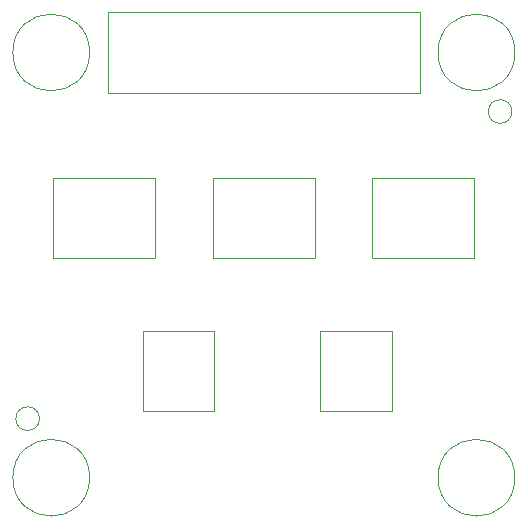
<source format=gbr>
%TF.GenerationSoftware,KiCad,Pcbnew,(6.0.0-rc1-76-g1e8284bc1a)*%
%TF.CreationDate,2022-09-28T09:07:56+05:30*%
%TF.ProjectId,extension_Board,65787465-6e73-4696-9f6e-5f426f617264,rev?*%
%TF.SameCoordinates,Original*%
%TF.FileFunction,Other,User*%
%FSLAX46Y46*%
G04 Gerber Fmt 4.6, Leading zero omitted, Abs format (unit mm)*
G04 Created by KiCad (PCBNEW (6.0.0-rc1-76-g1e8284bc1a)) date 2022-09-28 09:07:56*
%MOMM*%
%LPD*%
G01*
G04 APERTURE LIST*
%ADD10C,0.050000*%
G04 APERTURE END LIST*
D10*
%TO.C,J6*%
X53310000Y-59880000D02*
X53310000Y-53080000D01*
X53310000Y-53080000D02*
X47230000Y-53080000D01*
X47230000Y-59880000D02*
X53310000Y-59880000D01*
X47230000Y-53080000D02*
X47230000Y-59880000D01*
%TO.C,FID1*%
X78500000Y-34500000D02*
G75*
G03*
X78500000Y-34500000I-1000000J0D01*
G01*
%TO.C,H3*%
X78750000Y-65500000D02*
G75*
G03*
X78750000Y-65500000I-3250000J0D01*
G01*
%TO.C,J3*%
X61810000Y-46900000D02*
X61810000Y-40100000D01*
X53190000Y-40100000D02*
X53190000Y-46900000D01*
X53190000Y-46900000D02*
X61810000Y-46900000D01*
X61810000Y-40100000D02*
X53190000Y-40100000D01*
%TO.C,H2*%
X78750000Y-29500000D02*
G75*
G03*
X78750000Y-29500000I-3250000J0D01*
G01*
%TO.C,J4*%
X75310000Y-46900000D02*
X75310000Y-40100000D01*
X66690000Y-40100000D02*
X66690000Y-46900000D01*
X66690000Y-46900000D02*
X75310000Y-46900000D01*
X75310000Y-40100000D02*
X66690000Y-40100000D01*
%TO.C,J5*%
X62230000Y-53080000D02*
X62230000Y-59880000D01*
X62230000Y-59880000D02*
X68310000Y-59880000D01*
X68310000Y-53080000D02*
X62230000Y-53080000D01*
X68310000Y-59880000D02*
X68310000Y-53080000D01*
%TO.C,H4*%
X42750000Y-65500000D02*
G75*
G03*
X42750000Y-65500000I-3250000J0D01*
G01*
%TO.C,H1*%
X42750000Y-29500000D02*
G75*
G03*
X42750000Y-29500000I-3250000J0D01*
G01*
%TO.C,J2*%
X39690000Y-40100000D02*
X39690000Y-46900000D01*
X48310000Y-46900000D02*
X48310000Y-40100000D01*
X48310000Y-40100000D02*
X39690000Y-40100000D01*
X39690000Y-46900000D02*
X48310000Y-46900000D01*
%TO.C,FID2*%
X38500000Y-60500000D02*
G75*
G03*
X38500000Y-60500000I-1000000J0D01*
G01*
%TO.C,J1*%
X70700000Y-32900000D02*
X70700000Y-26100000D01*
X44300000Y-26100000D02*
X44300000Y-32900000D01*
X44300000Y-32900000D02*
X70700000Y-32900000D01*
X70700000Y-26100000D02*
X44300000Y-26100000D01*
%TD*%
M02*

</source>
